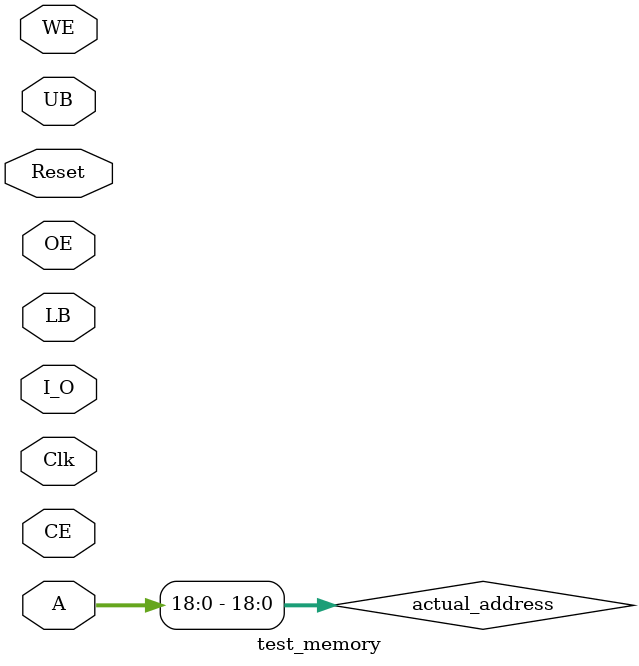
<source format=sv>


module test_memory ( input          Clk,
                     input          Reset, // Active-high reset!
                     inout  [15:0]  I_O,   // Data
                     input  [19:0]  A,     // Address
                     input          CE,    // Chip enable
                                    UB,    // Upper byte enable
                                    LB,    // Lower byte enable
                                    OE,    // Output (read) enable
                                    WE     // Write enable
);

    parameter size          = 524288; // expand memory as needed
    parameter init_external = 0;   // If init external is 0, it means you want to parse the memory_contents.sv file, otherwise you are providing a parsed .dat file

    integer ptr;
    integer x;

    logic [15:0] mem_array [0:size-1];
    logic [15:0] mem_out;
    logic [15:0] I_O_wire;
    logic [18:0] actual_address;
    assign actual_address = A[18:0];
	 
    // Requires memory_contents.sv
    memory_parser #(.size(size)) parser();

// synthesis translate_off
// This line turns off Quartus' synthesis tool because test memory is NOT synthesizable.

    initial begin
        parser.memory_contents(mem_array);
      
        // Parse into machine code and write into file
        if (~init_external) begin
            ptr = $fopen("memory_contents.dat", "w");
            
            for (integer x = 0; x < size; x++) begin
                $fwrite(ptr, "@%0h %0h\n", x, mem_array[x]);
            end
            
            $fclose(ptr);
        end

        $readmemh("memory_contents.dat", mem_array, 0, size-1);
    end
    
    // Memory read logic
    always_ff @ (negedge Clk)
    begin
        mem_out <= mem_array[actual_address]; // Read a specific memory cell. 
        // Flip-flop with negedge Clk is used to simulate the 10ns access time.
        // (Assuming address changes at rising clock edge)
    end
    always_comb
    begin
        // By default, do not drive the IO bus
        I_O_wire = 16'bZZZZZZZZZZZZZZZZ;
        
        // Drive the IO bus when chip select and read enable are active, and write enable is inactive
        if (~CE && ~OE && WE) begin
            if (~UB)
                I_O_wire[15:8] = mem_out[15:8]; // Read upper byte
            
            if (~LB)
                I_O_wire[7:0] = mem_out[7:0];   // Read lower byte
        end
    end

    // Memory write logic
    always_ff @ (posedge Clk or posedge Reset)
    begin
        // By default, mem_array holds its values.

        // If Reset is high, set the mem_array to initial memory contents.
        if(Reset) begin
            $readmemh("memory_contents.dat", mem_array, 0, size-1);
        end
        else if (~CE && ~WE) // Write to memory if chip select and write enable are active
        begin
            if(~UB)
                mem_array[actual_address][15:8] <= I_O[15:8]; // Write upper byte
            if(~LB)
                mem_array[actual_address][7:0] <= I_O[7:0];   // Write lower byte
        end

    end

    assign I_O = I_O_wire;

// synthesis translate_on
endmodule

</source>
